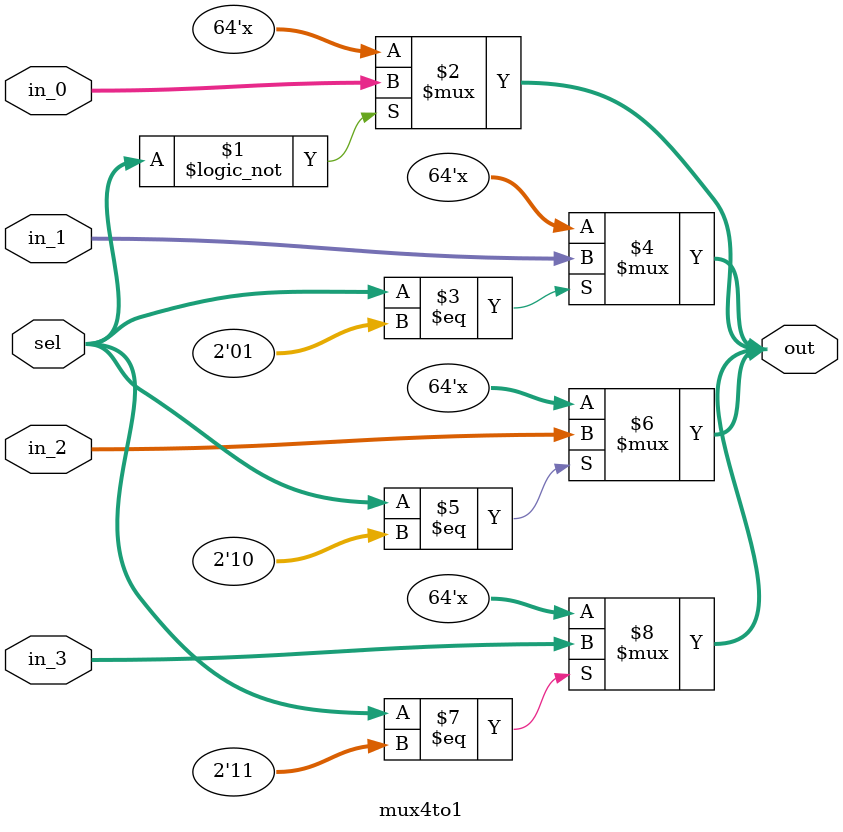
<source format=v>
module mux4to1 #(
    parameter w = 64
) (
    input  [w-1:0] in_0,
    input  [w-1:0] in_1,
    input  [w-1:0] in_2,
    input  [w-1:0] in_3,
    input  [  1:0] sel,
    output [w-1:0] out
);

    assign out = (sel == 2'b00) ? in_0 : {w{1'bz}};
    assign out = (sel == 2'b01) ? in_1 : {w{1'bz}};
    assign out = (sel == 2'b10) ? in_2 : {w{1'bz}};
    assign out = (sel == 2'b11) ? in_3 : {w{1'bz}};

endmodule

</source>
